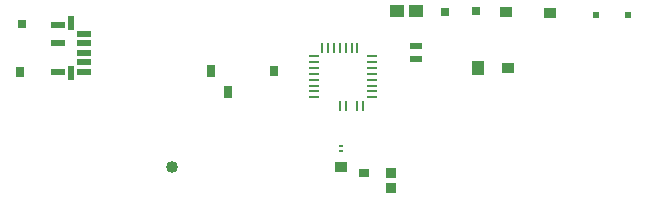
<source format=gtp>
G04*
G04 #@! TF.GenerationSoftware,Altium Limited,Altium Designer,23.0.1 (38)*
G04*
G04 Layer_Color=8421504*
%FSLAX43Y43*%
%MOMM*%
G71*
G04*
G04 #@! TF.SameCoordinates,06591997-4E22-4AB0-80C0-D558F8CFEC8B*
G04*
G04*
G04 #@! TF.FilePolarity,Positive*
G04*
G01*
G75*
%ADD14R,0.800X1.000*%
%ADD15R,1.000X0.500*%
%ADD16R,1.145X0.550*%
%ADD17R,0.550X1.145*%
%ADD18R,0.250X0.850*%
%ADD19R,0.850X0.250*%
%ADD20R,0.400X0.210*%
%ADD21R,0.858X0.806*%
%ADD22R,1.158X1.012*%
%ADD23R,0.750X0.900*%
%ADD24R,0.700X0.650*%
%ADD25R,1.100X0.950*%
%ADD26R,1.012X1.208*%
%ADD27R,1.050X0.950*%
%ADD28R,0.700X0.650*%
%ADD29R,0.759X0.812*%
%ADD30R,0.520X0.520*%
%ADD31R,0.700X0.700*%
%ADD32C,1.016*%
%ADD33R,0.812X0.759*%
D14*
X50862Y110374D02*
D03*
X52262Y108574D02*
D03*
D15*
X68199Y112437D02*
D03*
Y111337D02*
D03*
D16*
X37891Y114268D02*
D03*
Y112668D02*
D03*
Y110268D02*
D03*
X40086D02*
D03*
Y111068D02*
D03*
Y111868D02*
D03*
Y112668D02*
D03*
Y113468D02*
D03*
D17*
X38989Y110171D02*
D03*
Y114366D02*
D03*
D18*
X60226Y112305D02*
D03*
X60726D02*
D03*
X61226D02*
D03*
X61726D02*
D03*
X62226D02*
D03*
X62726D02*
D03*
X63226D02*
D03*
X63726Y107405D02*
D03*
X63226D02*
D03*
X62226D02*
D03*
X61726D02*
D03*
D19*
X64426Y111605D02*
D03*
Y111105D02*
D03*
Y110605D02*
D03*
Y110105D02*
D03*
Y109605D02*
D03*
Y109105D02*
D03*
Y108605D02*
D03*
Y108105D02*
D03*
X59526D02*
D03*
Y108605D02*
D03*
Y109105D02*
D03*
Y109605D02*
D03*
Y110105D02*
D03*
Y110605D02*
D03*
Y111105D02*
D03*
Y111605D02*
D03*
D20*
X61849Y103979D02*
D03*
Y103539D02*
D03*
D21*
X66040Y101718D02*
D03*
Y100466D02*
D03*
D22*
X68199Y115443D02*
D03*
X66545D02*
D03*
D23*
X34636Y110236D02*
D03*
D24*
X34813Y114300D02*
D03*
D25*
X61849Y102235D02*
D03*
D26*
X73406Y110617D02*
D03*
D27*
X75946D02*
D03*
X79502Y115279D02*
D03*
X75819Y115316D02*
D03*
D28*
X70612Y115356D02*
D03*
D29*
X56134Y110363D02*
D03*
D30*
X86106Y115062D02*
D03*
X83439Y115100D02*
D03*
D31*
X73279Y115381D02*
D03*
D32*
X47498Y102235D02*
D03*
D33*
X63762Y101727D02*
D03*
M02*

</source>
